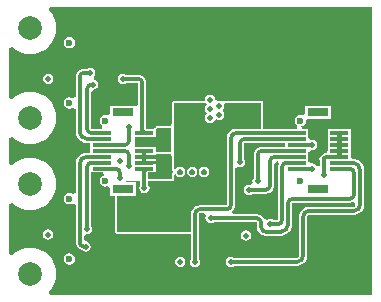
<source format=gbl>
G04*
G04 #@! TF.GenerationSoftware,Altium Limited,Altium Designer,18.1.7 (191)*
G04*
G04 Layer_Physical_Order=4*
G04 Layer_Color=16711680*
%FSLAX24Y24*%
%MOIN*%
G70*
G01*
G75*
%ADD24C,0.0236*%
%ADD27C,0.0120*%
%ADD31R,0.0709X0.0315*%
%ADD32R,0.0630X0.0118*%
%ADD38C,0.0787*%
%ADD39C,0.0200*%
G36*
X20800Y10850D02*
X10061D01*
X10033Y10950D01*
X10127Y11064D01*
X10208Y11215D01*
X10257Y11379D01*
X10274Y11550D01*
X10257Y11721D01*
X10208Y11885D01*
X10127Y12036D01*
X10018Y12168D01*
X9886Y12277D01*
X9735Y12358D01*
X9571Y12407D01*
X9400Y12424D01*
X9229Y12407D01*
X9065Y12358D01*
X8914Y12277D01*
X8800Y12183D01*
X8700Y12211D01*
Y13889D01*
X8800Y13917D01*
X8914Y13823D01*
X9065Y13742D01*
X9229Y13693D01*
X9400Y13676D01*
X9571Y13693D01*
X9735Y13742D01*
X9886Y13823D01*
X10018Y13932D01*
X10127Y14064D01*
X10208Y14215D01*
X10257Y14379D01*
X10274Y14550D01*
X10257Y14721D01*
X10208Y14885D01*
X10127Y15036D01*
X10018Y15168D01*
X9886Y15277D01*
X9735Y15358D01*
X9571Y15407D01*
X9400Y15424D01*
X9229Y15407D01*
X9065Y15358D01*
X8914Y15277D01*
X8800Y15183D01*
X8700Y15211D01*
Y16089D01*
X8800Y16117D01*
X8914Y16023D01*
X9065Y15942D01*
X9229Y15893D01*
X9400Y15876D01*
X9571Y15893D01*
X9735Y15942D01*
X9886Y16023D01*
X10018Y16132D01*
X10127Y16264D01*
X10208Y16415D01*
X10257Y16579D01*
X10274Y16750D01*
X10257Y16921D01*
X10208Y17085D01*
X10127Y17236D01*
X10018Y17368D01*
X9886Y17477D01*
X9735Y17558D01*
X9571Y17607D01*
X9400Y17624D01*
X9229Y17607D01*
X9065Y17558D01*
X8914Y17477D01*
X8800Y17383D01*
X8700Y17411D01*
Y19089D01*
X8800Y19117D01*
X8914Y19023D01*
X9065Y18942D01*
X9229Y18893D01*
X9400Y18876D01*
X9571Y18893D01*
X9735Y18942D01*
X9886Y19023D01*
X10018Y19132D01*
X10127Y19264D01*
X10208Y19415D01*
X10257Y19579D01*
X10274Y19750D01*
X10257Y19921D01*
X10208Y20085D01*
X10127Y20236D01*
X10033Y20350D01*
X10061Y20450D01*
X20800D01*
Y10850D01*
D02*
G37*
%LPC*%
G36*
X10709Y19446D02*
X10636Y19431D01*
X10574Y19390D01*
X10532Y19327D01*
X10518Y19254D01*
X10532Y19181D01*
X10574Y19118D01*
X10636Y19077D01*
X10709Y19062D01*
X10783Y19077D01*
X10845Y19118D01*
X10887Y19181D01*
X10901Y19254D01*
X10887Y19327D01*
X10845Y19390D01*
X10783Y19431D01*
X10709Y19446D01*
D02*
G37*
G36*
X10004Y18223D02*
X9937Y18210D01*
X9881Y18173D01*
X9843Y18116D01*
X9830Y18050D01*
X9843Y17984D01*
X9881Y17927D01*
X9937Y17890D01*
X10004Y17877D01*
X10070Y17890D01*
X10126Y17927D01*
X10164Y17984D01*
X10177Y18050D01*
X10164Y18116D01*
X10126Y18173D01*
X10070Y18210D01*
X10004Y18223D01*
D02*
G37*
G36*
X11400Y18423D02*
X11334Y18410D01*
X11293Y18383D01*
X11285Y18383D01*
X11200D01*
X11198Y18382D01*
X11127Y18373D01*
X11059Y18345D01*
X11000Y18300D01*
X10955Y18241D01*
X10927Y18173D01*
X10918Y18102D01*
X10917Y18100D01*
Y17444D01*
X10907Y17436D01*
X10817Y17400D01*
X10783Y17423D01*
X10709Y17438D01*
X10636Y17423D01*
X10574Y17382D01*
X10532Y17319D01*
X10518Y17246D01*
X10532Y17173D01*
X10574Y17110D01*
X10636Y17069D01*
X10709Y17054D01*
X10783Y17069D01*
X10817Y17092D01*
X10907Y17056D01*
X10917Y17048D01*
Y16300D01*
X10917D01*
X10930Y16199D01*
X10969Y16105D01*
X11031Y16024D01*
X11111Y15963D01*
X11205Y15924D01*
X11306Y15910D01*
Y15911D01*
X11406D01*
Y15586D01*
X11289D01*
Y15586D01*
X11192Y15574D01*
X11103Y15537D01*
X11026Y15477D01*
X10967Y15400D01*
X10929Y15311D01*
X10917Y15214D01*
X10917D01*
Y14252D01*
X10907Y14244D01*
X10817Y14208D01*
X10783Y14231D01*
X10709Y14246D01*
X10636Y14231D01*
X10574Y14190D01*
X10532Y14127D01*
X10518Y14054D01*
X10532Y13981D01*
X10574Y13918D01*
X10636Y13877D01*
X10709Y13862D01*
X10783Y13877D01*
X10817Y13900D01*
X10907Y13864D01*
X10917Y13856D01*
Y12600D01*
X10918Y12597D01*
X10927Y12529D01*
X10954Y12464D01*
X10998Y12407D01*
X11054Y12364D01*
X11120Y12336D01*
X11130Y12335D01*
X11184Y12299D01*
X11250Y12286D01*
X11316Y12299D01*
X11373Y12337D01*
X11410Y12393D01*
X11423Y12459D01*
X11410Y12526D01*
X11373Y12582D01*
X11316Y12620D01*
X11250Y12633D01*
X11184Y12719D01*
X11192Y12819D01*
X11283Y12880D01*
X11300Y12877D01*
X11366Y12890D01*
X11423Y12927D01*
X11460Y12984D01*
X11473Y13050D01*
X11460Y13116D01*
X11433Y13157D01*
X11433Y13165D01*
Y14930D01*
X11774D01*
X11791Y14927D01*
X11844D01*
X11854Y14827D01*
X11836Y14823D01*
X11774Y14782D01*
X11732Y14719D01*
X11718Y14646D01*
X11732Y14573D01*
X11774Y14510D01*
X11836Y14469D01*
X11909Y14454D01*
X11976Y14467D01*
X11986Y14467D01*
X12076Y14411D01*
Y14143D01*
X12229D01*
Y12950D01*
X12234Y12923D01*
X12250Y12900D01*
X12273Y12884D01*
X12300Y12879D01*
X13600D01*
X14767Y12879D01*
Y12060D01*
X14767Y12057D01*
X14740Y12016D01*
X14727Y11950D01*
X14740Y11884D01*
X14777Y11827D01*
X14834Y11790D01*
X14900Y11777D01*
X14966Y11790D01*
X15023Y11827D01*
X15060Y11884D01*
X15073Y11950D01*
X15060Y12016D01*
X15033Y12057D01*
X15033Y12065D01*
Y13551D01*
X15034D01*
X15039Y13562D01*
X15050Y13567D01*
Y13568D01*
X15207D01*
X15260Y13468D01*
X15259Y13466D01*
X15246Y13400D01*
X15259Y13334D01*
X15297Y13277D01*
X15353Y13240D01*
X15419Y13227D01*
X15486Y13240D01*
X15526Y13267D01*
X15535Y13267D01*
X16950D01*
Y13266D01*
X16961Y13261D01*
X16966Y13250D01*
X16967D01*
Y13100D01*
X16968Y13098D01*
X16977Y13027D01*
X17005Y12959D01*
X17050Y12900D01*
X17109Y12855D01*
X17177Y12827D01*
X17248Y12818D01*
X17250Y12817D01*
X17750D01*
Y12817D01*
X17849Y12830D01*
X17942Y12868D01*
X18021Y12929D01*
X18082Y13008D01*
X18120Y13101D01*
X18133Y13200D01*
X18133D01*
Y13900D01*
X18134D01*
X18139Y13911D01*
X18150Y13916D01*
Y13917D01*
X20050D01*
X20052Y13918D01*
X20123Y13927D01*
X20167Y13946D01*
X20210Y13927D01*
X20235Y13892D01*
X20232Y13854D01*
X20215Y13818D01*
X20190Y13783D01*
X18700D01*
Y13783D01*
X18614Y13772D01*
X18606Y13768D01*
X18534Y13738D01*
X18465Y13685D01*
X18412Y13616D01*
X18382Y13544D01*
X18378Y13536D01*
X18367Y13450D01*
X18367D01*
Y12150D01*
X18366D01*
X18361Y12125D01*
X18347Y12103D01*
X18325Y12089D01*
X18300Y12084D01*
Y12083D01*
X16210D01*
X16207Y12083D01*
X16166Y12110D01*
X16100Y12123D01*
X16034Y12110D01*
X15977Y12073D01*
X15940Y12016D01*
X15927Y11950D01*
X15940Y11884D01*
X15977Y11827D01*
X16034Y11790D01*
X16100Y11777D01*
X16166Y11790D01*
X16207Y11817D01*
X16215Y11817D01*
X18300D01*
Y11817D01*
X18386Y11828D01*
X18394Y11832D01*
X18466Y11862D01*
X18535Y11915D01*
X18588Y11984D01*
X18618Y12056D01*
X18622Y12064D01*
X18633Y12150D01*
X18633D01*
Y13450D01*
X18634D01*
X18639Y13475D01*
X18653Y13497D01*
X18675Y13511D01*
X18700Y13516D01*
Y13517D01*
X20200D01*
Y13517D01*
X20286Y13528D01*
X20294Y13532D01*
X20366Y13562D01*
X20435Y13615D01*
X20488Y13684D01*
X20518Y13756D01*
X20522Y13764D01*
X20533Y13850D01*
X20533D01*
Y15000D01*
X20533D01*
X20520Y15101D01*
X20481Y15195D01*
X20419Y15275D01*
X20338Y15337D01*
X20244Y15376D01*
X20143Y15390D01*
X20094Y15469D01*
Y15915D01*
Y16370D01*
X19726D01*
X19709Y16373D01*
X19691Y16370D01*
X19324D01*
Y16112D01*
Y15670D01*
X19281Y15588D01*
X19191Y15570D01*
X19188Y15568D01*
X19115Y15519D01*
X19066Y15446D01*
X19064Y15443D01*
X19046Y15353D01*
X19048D01*
Y15161D01*
X19037Y15156D01*
X18948Y15144D01*
X18923Y15182D01*
X18866Y15220D01*
X18800Y15233D01*
X18776Y15228D01*
X18688Y15285D01*
X18676Y15302D01*
Y15605D01*
X18688Y15621D01*
X18776Y15678D01*
X18800Y15674D01*
X18866Y15687D01*
X18923Y15724D01*
X18960Y15781D01*
X18973Y15847D01*
X18960Y15913D01*
X18923Y15969D01*
X18866Y16007D01*
X18800Y16020D01*
X18776Y16015D01*
X18688Y16072D01*
X18676Y16089D01*
Y16370D01*
X18457D01*
X18454Y16403D01*
D01*
X18447Y16468D01*
X18456Y16471D01*
X18483Y16477D01*
X18545Y16518D01*
X18587Y16581D01*
X18601Y16654D01*
X18641Y16702D01*
X19424D01*
Y17157D01*
X18576D01*
Y16889D01*
X18486Y16833D01*
X18476Y16833D01*
X18409Y16846D01*
X18336Y16831D01*
X18274Y16790D01*
X18232Y16727D01*
X18218Y16654D01*
X18232Y16581D01*
X18274Y16518D01*
X18292Y16506D01*
X18308Y16392D01*
X18306Y16386D01*
X18291Y16373D01*
X17171D01*
Y17250D01*
X17166Y17277D01*
X17150Y17300D01*
X17127Y17316D01*
X17100Y17321D01*
X15893D01*
X15885Y17320D01*
X15876Y17319D01*
X15871Y17317D01*
X15866Y17316D01*
X15859Y17311D01*
X15851Y17307D01*
X15847Y17303D01*
X15843Y17300D01*
X15766Y17310D01*
X15700Y17323D01*
X15669Y17317D01*
X15609Y17338D01*
X15566Y17385D01*
X15560Y17416D01*
X15523Y17473D01*
X15466Y17510D01*
X15400Y17523D01*
X15334Y17510D01*
X15277Y17473D01*
X15240Y17416D01*
X15227Y17350D01*
X15203Y17321D01*
X14200D01*
X14173Y17316D01*
X14150Y17300D01*
X14134Y17277D01*
X14129Y17250D01*
Y16568D01*
X14100Y16471D01*
X13631D01*
X13621Y16469D01*
X13611Y16468D01*
X13607Y16467D01*
X13604Y16466D01*
X13595Y16460D01*
X13586Y16455D01*
X13549Y16425D01*
X13546Y16422D01*
X13543Y16420D01*
X13537Y16412D01*
X13531Y16404D01*
X13530Y16400D01*
X13528Y16397D01*
X13526Y16387D01*
X13523Y16377D01*
X13424Y16370D01*
X13278D01*
X13278Y16372D01*
X13276Y16384D01*
X13275Y16392D01*
Y17903D01*
X13274Y17905D01*
X13265Y17976D01*
X13237Y18044D01*
X13192Y18103D01*
X13134Y18148D01*
X13065Y18176D01*
X12994Y18185D01*
X12992Y18186D01*
X12610D01*
X12607Y18186D01*
X12566Y18213D01*
X12500Y18226D01*
X12434Y18213D01*
X12377Y18176D01*
X12340Y18119D01*
X12327Y18053D01*
X12340Y17987D01*
X12377Y17931D01*
X12434Y17893D01*
X12500Y17880D01*
X12566Y17893D01*
X12607Y17920D01*
X12615Y17921D01*
X12992D01*
Y17919D01*
X13004Y17915D01*
X13009Y17903D01*
X13010D01*
Y17192D01*
X12924Y17157D01*
X12910Y17157D01*
X12076D01*
Y16889D01*
X11986Y16833D01*
X11976Y16833D01*
X11909Y16846D01*
X11836Y16831D01*
X11774Y16790D01*
X11732Y16727D01*
X11718Y16654D01*
X11732Y16581D01*
X11774Y16518D01*
X11792Y16506D01*
X11808Y16392D01*
X11806Y16386D01*
X11791Y16373D01*
X11450D01*
Y16374D01*
X11439Y16379D01*
X11434Y16391D01*
X11433D01*
Y17594D01*
X11500Y17683D01*
X11566Y17696D01*
X11623Y17734D01*
X11660Y17790D01*
X11673Y17856D01*
X11660Y17923D01*
X11623Y17979D01*
X11566Y18016D01*
X11543Y18021D01*
X11522Y18127D01*
X11523Y18127D01*
X11560Y18184D01*
X11573Y18250D01*
X11560Y18316D01*
X11523Y18373D01*
X11466Y18410D01*
X11400Y18423D01*
D02*
G37*
G36*
X10000Y13030D02*
X9934Y13017D01*
X9877Y12979D01*
X9840Y12923D01*
X9827Y12857D01*
X9840Y12790D01*
X9877Y12734D01*
X9934Y12697D01*
X10000Y12683D01*
X10066Y12697D01*
X10123Y12734D01*
X10160Y12790D01*
X10173Y12857D01*
X10160Y12923D01*
X10123Y12979D01*
X10066Y13017D01*
X10000Y13030D01*
D02*
G37*
G36*
X16600Y12995D02*
X16534Y12982D01*
X16477Y12945D01*
X16440Y12888D01*
X16427Y12822D01*
X16440Y12756D01*
X16477Y12699D01*
X16534Y12662D01*
X16600Y12649D01*
X16666Y12662D01*
X16723Y12699D01*
X16760Y12756D01*
X16773Y12822D01*
X16760Y12888D01*
X16723Y12945D01*
X16666Y12982D01*
X16600Y12995D01*
D02*
G37*
G36*
X10709Y12238D02*
X10636Y12223D01*
X10574Y12182D01*
X10532Y12119D01*
X10518Y12046D01*
X10532Y11973D01*
X10574Y11910D01*
X10636Y11869D01*
X10709Y11854D01*
X10783Y11869D01*
X10845Y11910D01*
X10887Y11973D01*
X10901Y12046D01*
X10887Y12119D01*
X10845Y12182D01*
X10783Y12223D01*
X10709Y12238D01*
D02*
G37*
G36*
X14403Y12123D02*
X14337Y12110D01*
X14281Y12073D01*
X14243Y12016D01*
X14230Y11950D01*
X14243Y11884D01*
X14281Y11827D01*
X14337Y11790D01*
X14403Y11777D01*
X14469Y11790D01*
X14526Y11827D01*
X14563Y11884D01*
X14576Y11950D01*
X14563Y12016D01*
X14526Y12073D01*
X14469Y12110D01*
X14403Y12123D01*
D02*
G37*
%LPD*%
G36*
X11329Y18180D02*
X11326Y18182D01*
X11323Y18184D01*
X11318Y18185D01*
X11313Y18186D01*
X11307Y18188D01*
X11291Y18189D01*
X11271Y18190D01*
X11260Y18190D01*
Y18310D01*
X11271Y18310D01*
X11307Y18312D01*
X11313Y18314D01*
X11318Y18315D01*
X11323Y18316D01*
X11326Y18318D01*
X11329Y18320D01*
Y18180D01*
D02*
G37*
G36*
X12574Y18121D02*
X12577Y18120D01*
X12582Y18118D01*
X12587Y18117D01*
X12593Y18116D01*
X12609Y18114D01*
X12629Y18113D01*
X12640Y18113D01*
Y17993D01*
X12629Y17993D01*
X12593Y17991D01*
X12587Y17990D01*
X12582Y17988D01*
X12577Y17987D01*
X12574Y17985D01*
X12571Y17983D01*
Y18123D01*
X12574Y18121D01*
D02*
G37*
G36*
X12768Y16376D02*
X12766Y16373D01*
X12765Y16368D01*
X12764Y16363D01*
X12763Y16357D01*
X12761Y16341D01*
X12760Y16321D01*
X12760Y16310D01*
X12640D01*
X12640Y16321D01*
X12637Y16357D01*
X12636Y16363D01*
X12635Y16368D01*
X12634Y16373D01*
X12632Y16376D01*
X12630Y16379D01*
X12770D01*
X12768Y16376D01*
D02*
G37*
G36*
X13203Y16395D02*
X13205Y16375D01*
X13208Y16357D01*
X13212Y16341D01*
X13217Y16328D01*
X13224Y16317D01*
X13232Y16308D01*
X13241Y16302D01*
X13251Y16298D01*
X13262Y16297D01*
X13022D01*
X13034Y16298D01*
X13044Y16302D01*
X13053Y16308D01*
X13061Y16317D01*
X13067Y16328D01*
X13073Y16341D01*
X13077Y16357D01*
X13080Y16375D01*
X13082Y16395D01*
X13082Y16418D01*
X13202D01*
X13203Y16395D01*
D02*
G37*
G36*
X14100Y15600D02*
X13594D01*
Y15779D01*
X13579D01*
Y15790D01*
X12900D01*
Y16112D01*
X13125D01*
X13142Y16108D01*
X13209D01*
X13226Y16112D01*
X13594D01*
Y16370D01*
X13631Y16400D01*
X14100D01*
Y15600D01*
D02*
G37*
G36*
X19769Y16199D02*
X19771Y16184D01*
X19829D01*
X19817Y16183D01*
X19807Y16179D01*
X19798Y16173D01*
X19790Y16165D01*
X19784Y16154D01*
X19779Y16142D01*
X19784Y16131D01*
X19790Y16120D01*
X19798Y16111D01*
X19807Y16105D01*
X19817Y16102D01*
X19829Y16100D01*
X19771D01*
X19769Y16086D01*
X19769Y16063D01*
X19649D01*
X19648Y16086D01*
X19647Y16100D01*
X19589D01*
X19600Y16102D01*
X19610Y16105D01*
X19619Y16111D01*
X19627Y16120D01*
X19634Y16131D01*
X19638Y16142D01*
X19634Y16154D01*
X19627Y16165D01*
X19619Y16173D01*
X19610Y16179D01*
X19600Y16183D01*
X19589Y16184D01*
X19647D01*
X19648Y16199D01*
X19649Y16222D01*
X19769D01*
X19769Y16199D01*
D02*
G37*
G36*
Y16002D02*
X19771Y15987D01*
X19829D01*
X19817Y15986D01*
X19807Y15982D01*
X19798Y15976D01*
X19790Y15968D01*
X19784Y15957D01*
X19779Y15945D01*
X19784Y15934D01*
X19790Y15923D01*
X19798Y15914D01*
X19807Y15908D01*
X19817Y15905D01*
X19829Y15904D01*
X19771D01*
X19769Y15889D01*
X19769Y15866D01*
X19649D01*
X19648Y15889D01*
X19647Y15904D01*
X19589D01*
X19600Y15905D01*
X19610Y15908D01*
X19619Y15914D01*
X19627Y15923D01*
X19634Y15934D01*
X19638Y15945D01*
X19634Y15957D01*
X19627Y15968D01*
X19619Y15976D01*
X19610Y15982D01*
X19600Y15986D01*
X19589Y15987D01*
X19647D01*
X19648Y16002D01*
X19649Y16025D01*
X19769D01*
X19769Y16002D01*
D02*
G37*
G36*
X18729Y15777D02*
X18726Y15779D01*
X18723Y15780D01*
X18718Y15782D01*
X18713Y15783D01*
X18707Y15784D01*
X18691Y15786D01*
X18671Y15787D01*
X18660Y15787D01*
Y15907D01*
X18671Y15907D01*
X18707Y15909D01*
X18713Y15910D01*
X18718Y15912D01*
X18723Y15913D01*
X18726Y15915D01*
X18729Y15917D01*
Y15777D01*
D02*
G37*
G36*
X19769Y15805D02*
X19771Y15790D01*
X19829D01*
X19817Y15789D01*
X19807Y15785D01*
X19798Y15779D01*
X19790Y15771D01*
X19784Y15760D01*
X19779Y15748D01*
X19784Y15737D01*
X19790Y15726D01*
X19798Y15718D01*
X19807Y15711D01*
X19817Y15708D01*
X19829Y15707D01*
X19771D01*
X19769Y15692D01*
X19769Y15669D01*
X19649D01*
X19648Y15692D01*
X19647Y15707D01*
X19589D01*
X19600Y15708D01*
X19610Y15711D01*
X19619Y15718D01*
X19627Y15726D01*
X19634Y15737D01*
X19638Y15748D01*
X19634Y15760D01*
X19627Y15771D01*
X19619Y15779D01*
X19610Y15785D01*
X19600Y15789D01*
X19589Y15790D01*
X19647D01*
X19648Y15805D01*
X19649Y15828D01*
X19769D01*
X19769Y15805D01*
D02*
G37*
G36*
Y15608D02*
X19771Y15593D01*
X19829D01*
X19817Y15592D01*
X19807Y15589D01*
X19798Y15582D01*
X19790Y15574D01*
X19784Y15563D01*
X19779Y15552D01*
X19784Y15540D01*
X19790Y15529D01*
X19798Y15521D01*
X19807Y15515D01*
X19817Y15511D01*
X19829Y15510D01*
X19771D01*
X19769Y15495D01*
X19769Y15472D01*
X19649D01*
X19648Y15495D01*
X19647Y15510D01*
X19589D01*
X19600Y15511D01*
X19610Y15515D01*
X19619Y15521D01*
X19627Y15529D01*
X19634Y15540D01*
X19638Y15552D01*
X19634Y15563D01*
X19627Y15574D01*
X19619Y15582D01*
X19610Y15589D01*
X19600Y15592D01*
X19589Y15593D01*
X19647D01*
X19648Y15608D01*
X19649Y15631D01*
X19769D01*
X19769Y15608D01*
D02*
G37*
G36*
X16460Y15405D02*
X16463Y15369D01*
X16464Y15363D01*
X16465Y15358D01*
X16466Y15353D01*
X16468Y15350D01*
X16470Y15347D01*
X16330D01*
X16332Y15350D01*
X16334Y15353D01*
X16335Y15358D01*
X16336Y15363D01*
X16337Y15369D01*
X16339Y15385D01*
X16340Y15405D01*
X16340Y15416D01*
X16460D01*
X16460Y15405D01*
D02*
G37*
G36*
X12760Y15279D02*
X12763Y15243D01*
X12764Y15237D01*
X12765Y15232D01*
X12766Y15227D01*
X12768Y15224D01*
X12770Y15221D01*
X12630D01*
X12632Y15224D01*
X12634Y15227D01*
X12635Y15232D01*
X12636Y15237D01*
X12637Y15243D01*
X12639Y15259D01*
X12640Y15279D01*
X12640Y15290D01*
X12760D01*
X12760Y15279D01*
D02*
G37*
G36*
X17906Y15783D02*
X17131D01*
X17129Y15782D01*
X17057Y15773D01*
X16989Y15745D01*
X16931Y15700D01*
X16886Y15641D01*
X16858Y15573D01*
X16848Y15502D01*
X16848Y15500D01*
Y14760D01*
X16848Y14757D01*
X16820Y14716D01*
X16807Y14650D01*
X16818Y14594D01*
X16800Y14564D01*
X16747Y14514D01*
X16700Y14523D01*
X16634Y14510D01*
X16577Y14473D01*
X16540Y14416D01*
X16527Y14350D01*
X16540Y14284D01*
X16577Y14227D01*
X16634Y14190D01*
X16700Y14177D01*
X16766Y14190D01*
X16807Y14217D01*
X16815Y14217D01*
X17250D01*
X17252Y14218D01*
X17323Y14227D01*
X17391Y14255D01*
X17450Y14300D01*
X17495Y14359D01*
X17523Y14427D01*
X17532Y14498D01*
X17533Y14500D01*
Y15224D01*
X17629Y15311D01*
X17646Y15310D01*
X17660Y15295D01*
X17694Y15221D01*
X17677Y15179D01*
X17668Y15108D01*
X17667Y15106D01*
Y13350D01*
X17666D01*
X17661Y13339D01*
X17650Y13334D01*
Y13333D01*
X17520D01*
X17517Y13333D01*
X17476Y13360D01*
X17410Y13373D01*
X17343Y13360D01*
X17318Y13343D01*
X17312Y13342D01*
X17222Y13362D01*
X17201Y13374D01*
X17195Y13391D01*
X17150Y13450D01*
X17091Y13495D01*
X17023Y13523D01*
X16952Y13532D01*
X16950Y13533D01*
X16160D01*
X16126Y13633D01*
X16150Y13651D01*
X16195Y13709D01*
X16223Y13777D01*
X16232Y13849D01*
X16233Y13851D01*
Y15063D01*
X16333Y15117D01*
X16334Y15116D01*
X16400Y15103D01*
X16466Y15116D01*
X16523Y15153D01*
X16560Y15210D01*
X16573Y15276D01*
X16560Y15342D01*
X16533Y15383D01*
X16533Y15391D01*
Y15894D01*
X16534D01*
X16539Y15905D01*
X16550Y15910D01*
Y15911D01*
X17906D01*
Y15783D01*
D02*
G37*
G36*
X18729Y14989D02*
X18726Y14991D01*
X18723Y14993D01*
X18718Y14995D01*
X18713Y14996D01*
X18707Y14997D01*
X18691Y14999D01*
X18671Y14999D01*
X18660Y14999D01*
Y15119D01*
X18671Y15120D01*
X18707Y15122D01*
X18713Y15123D01*
X18718Y15124D01*
X18723Y15126D01*
X18726Y15128D01*
X18729Y15129D01*
Y14989D01*
D02*
G37*
G36*
X19241Y14979D02*
X19243Y14943D01*
X19244Y14937D01*
X19245Y14932D01*
X19247Y14927D01*
X19249Y14924D01*
X19251Y14921D01*
X19111D01*
X19112Y14924D01*
X19114Y14927D01*
X19116Y14932D01*
X19117Y14937D01*
X19118Y14943D01*
X19120Y14959D01*
X19120Y14979D01*
X19121Y14990D01*
X19241D01*
X19241Y14979D01*
D02*
G37*
G36*
X13317Y15002D02*
X13307Y14998D01*
X13298Y14992D01*
X13290Y14983D01*
X13284Y14972D01*
X13278Y14959D01*
X13274Y14943D01*
X13271Y14925D01*
X13269Y14905D01*
X13269Y14882D01*
X13149D01*
X13148Y14905D01*
X13146Y14925D01*
X13143Y14943D01*
X13139Y14959D01*
X13134Y14972D01*
X13127Y14983D01*
X13119Y14992D01*
X13110Y14998D01*
X13100Y15002D01*
X13089Y15003D01*
X13329D01*
X13317Y15002D01*
D02*
G37*
G36*
X14439Y15043D02*
X14471Y15021D01*
X14493Y14988D01*
X14501Y14950D01*
X14493Y14912D01*
X14471Y14879D01*
X14439Y14857D01*
X14400Y14849D01*
X14362Y14857D01*
X14329Y14879D01*
X14328Y14880D01*
X14309Y14925D01*
Y14975D01*
X14328Y15020D01*
X14329Y15021D01*
X14362Y15043D01*
X14400Y15051D01*
X14439Y15043D01*
D02*
G37*
G36*
X12460Y14879D02*
X12462Y14844D01*
X12463Y14837D01*
X12465Y14832D01*
X12466Y14828D01*
X12468Y14824D01*
X12469Y14822D01*
X12331D01*
X12332Y14824D01*
X12334Y14828D01*
X12335Y14832D01*
X12337Y14837D01*
X12338Y14844D01*
X12339Y14859D01*
X12340Y14879D01*
X12340Y14890D01*
X12460D01*
X12460Y14879D01*
D02*
G37*
G36*
X15262Y17250D02*
X15275Y17231D01*
X15281Y17216D01*
Y17175D01*
X15277Y17173D01*
X15240Y17116D01*
X15227Y17050D01*
X15240Y16984D01*
X15277Y16927D01*
X15281Y16925D01*
Y16875D01*
X15277Y16873D01*
X15240Y16816D01*
X15227Y16750D01*
X15240Y16684D01*
X15277Y16627D01*
X15334Y16590D01*
X15400Y16577D01*
X15466Y16590D01*
X15523Y16627D01*
X15560Y16684D01*
X15615Y16702D01*
X15634Y16690D01*
X15700Y16677D01*
X15766Y16690D01*
X15823Y16727D01*
X15860Y16784D01*
X15873Y16850D01*
X15860Y16916D01*
X15823Y16973D01*
X15819Y16975D01*
Y17025D01*
X15823Y17027D01*
X15860Y17084D01*
X15873Y17150D01*
X15863Y17200D01*
X15893Y17250D01*
X17100D01*
Y16373D01*
X16250D01*
X16248Y16373D01*
X16177Y16363D01*
X16109Y16335D01*
X16050Y16290D01*
X16005Y16232D01*
X15977Y16164D01*
X15968Y16093D01*
X15967Y16091D01*
Y13851D01*
X15966D01*
X15961Y13839D01*
X15950Y13834D01*
Y13833D01*
X15050D01*
X15048Y13833D01*
X14977Y13823D01*
X14909Y13795D01*
X14850Y13750D01*
X14805Y13692D01*
X14777Y13624D01*
X14768Y13553D01*
X14767Y13551D01*
Y12950D01*
X13600Y12950D01*
X12300D01*
Y14143D01*
X12924D01*
Y14598D01*
X12618D01*
X12590Y14648D01*
X12591Y14650D01*
X13076D01*
Y14510D01*
X13076Y14507D01*
X13049Y14466D01*
X13035Y14400D01*
X13049Y14334D01*
X13086Y14277D01*
X13142Y14240D01*
X13209Y14227D01*
X13275Y14240D01*
X13331Y14277D01*
X13369Y14334D01*
X13382Y14400D01*
X13369Y14466D01*
X13342Y14507D01*
X13341Y14515D01*
Y14650D01*
X14200D01*
Y14853D01*
X14250Y14869D01*
X14278Y14827D01*
X14334Y14790D01*
X14400Y14777D01*
X14466Y14790D01*
X14523Y14827D01*
X14560Y14884D01*
X14573Y14950D01*
X14560Y15016D01*
X14523Y15073D01*
X14466Y15110D01*
X14400Y15123D01*
X14334Y15110D01*
X14278Y15073D01*
X14250Y15031D01*
X14200Y15047D01*
Y17250D01*
X15262D01*
D02*
G37*
G36*
X17041Y14779D02*
X17043Y14743D01*
X17044Y14737D01*
X17045Y14732D01*
X17047Y14727D01*
X17049Y14724D01*
X17051Y14721D01*
X16911D01*
X16912Y14724D01*
X16914Y14727D01*
X16916Y14732D01*
X16917Y14737D01*
X16918Y14743D01*
X16920Y14759D01*
X16920Y14779D01*
X16921Y14790D01*
X17041D01*
X17041Y14779D01*
D02*
G37*
G36*
X14129Y15432D02*
Y15047D01*
X14129Y15043D01*
X14129Y15040D01*
X14132Y15029D01*
X14134Y15019D01*
X14136Y15016D01*
X14137Y15013D01*
X14139Y15011D01*
X14144Y14998D01*
X14145Y14994D01*
X14148Y14967D01*
X14149Y14939D01*
X14145Y14906D01*
X14144Y14902D01*
X14139Y14889D01*
X14137Y14887D01*
X14136Y14884D01*
X14134Y14881D01*
X14132Y14870D01*
X14129Y14860D01*
X14129Y14857D01*
X14129Y14853D01*
Y14721D01*
X13341D01*
Y14908D01*
X13342Y14916D01*
X13344Y14928D01*
X13344Y14930D01*
X13594D01*
Y15127D01*
Y15196D01*
X13209D01*
Y15316D01*
X13594D01*
Y15393D01*
X13209D01*
Y15513D01*
X13594D01*
Y15529D01*
X14100D01*
X14129Y15432D01*
D02*
G37*
G36*
X13269Y14529D02*
X13271Y14493D01*
X13272Y14487D01*
X13274Y14482D01*
X13275Y14477D01*
X13277Y14474D01*
X13279Y14471D01*
X13139D01*
X13141Y14474D01*
X13142Y14477D01*
X13144Y14482D01*
X13145Y14487D01*
X13146Y14493D01*
X13148Y14509D01*
X13149Y14529D01*
X13149Y14540D01*
X13269D01*
X13269Y14529D01*
D02*
G37*
G36*
X16774Y14418D02*
X16777Y14416D01*
X16782Y14415D01*
X16787Y14414D01*
X16793Y14412D01*
X16809Y14411D01*
X16829Y14410D01*
X16840Y14410D01*
Y14290D01*
X16829Y14290D01*
X16793Y14288D01*
X16787Y14286D01*
X16782Y14285D01*
X16777Y14284D01*
X16774Y14282D01*
X16771Y14280D01*
Y14420D01*
X16774Y14418D01*
D02*
G37*
G36*
X15493Y13468D02*
X15497Y13466D01*
X15501Y13465D01*
X15507Y13464D01*
X15513Y13463D01*
X15529Y13461D01*
X15548Y13460D01*
X15559Y13460D01*
Y13340D01*
X15548Y13340D01*
X15513Y13338D01*
X15507Y13336D01*
X15501Y13335D01*
X15497Y13334D01*
X15493Y13332D01*
X15491Y13330D01*
Y13470D01*
X15493Y13468D01*
D02*
G37*
G36*
X17484Y13268D02*
X17487Y13266D01*
X17491Y13265D01*
X17497Y13264D01*
X17503Y13262D01*
X17519Y13261D01*
X17538Y13260D01*
X17550Y13260D01*
Y13140D01*
X17538Y13140D01*
X17503Y13138D01*
X17497Y13136D01*
X17491Y13135D01*
X17487Y13134D01*
X17484Y13132D01*
X17481Y13130D01*
Y13270D01*
X17484Y13268D01*
D02*
G37*
G36*
X11360Y13179D02*
X11363Y13143D01*
X11364Y13137D01*
X11365Y13132D01*
X11366Y13127D01*
X11368Y13124D01*
X11370Y13121D01*
X11230D01*
X11232Y13124D01*
X11234Y13127D01*
X11235Y13132D01*
X11236Y13137D01*
X11237Y13143D01*
X11239Y13159D01*
X11240Y13179D01*
X11240Y13190D01*
X11360D01*
X11360Y13179D01*
D02*
G37*
G36*
X14960Y12079D02*
X14963Y12043D01*
X14964Y12037D01*
X14965Y12032D01*
X14966Y12027D01*
X14968Y12024D01*
X14970Y12021D01*
X14830D01*
X14832Y12024D01*
X14834Y12027D01*
X14835Y12032D01*
X14836Y12037D01*
X14837Y12043D01*
X14839Y12059D01*
X14840Y12079D01*
X14840Y12090D01*
X14960D01*
X14960Y12079D01*
D02*
G37*
G36*
X16174Y12018D02*
X16177Y12016D01*
X16182Y12015D01*
X16187Y12014D01*
X16193Y12012D01*
X16209Y12011D01*
X16229Y12010D01*
X16240Y12010D01*
Y11890D01*
X16229Y11890D01*
X16193Y11888D01*
X16187Y11886D01*
X16182Y11885D01*
X16177Y11884D01*
X16174Y11882D01*
X16171Y11880D01*
Y12020D01*
X16174Y12018D01*
D02*
G37*
%LPC*%
G36*
X15200Y15123D02*
X15134Y15110D01*
X15078Y15073D01*
X15040Y15016D01*
X15027Y14950D01*
X15040Y14884D01*
X15078Y14827D01*
X15134Y14790D01*
X15200Y14777D01*
X15266Y14790D01*
X15323Y14827D01*
X15360Y14884D01*
X15373Y14950D01*
X15360Y15016D01*
X15323Y15073D01*
X15266Y15110D01*
X15200Y15123D01*
D02*
G37*
G36*
X14803D02*
X14737Y15110D01*
X14681Y15073D01*
X14643Y15016D01*
X14630Y14950D01*
X14643Y14884D01*
X14681Y14827D01*
X14737Y14790D01*
X14803Y14777D01*
X14870Y14790D01*
X14926Y14827D01*
X14963Y14884D01*
X14977Y14950D01*
X14963Y15016D01*
X14926Y15073D01*
X14870Y15110D01*
X14803Y15123D01*
D02*
G37*
%LPD*%
G36*
X15239Y15043D02*
X15271Y15021D01*
X15293Y14988D01*
X15301Y14950D01*
X15293Y14912D01*
X15271Y14879D01*
X15239Y14857D01*
X15200Y14849D01*
X15162Y14857D01*
X15129Y14879D01*
X15107Y14912D01*
X15100Y14950D01*
X15107Y14988D01*
X15129Y15021D01*
X15162Y15043D01*
X15200Y15051D01*
X15239Y15043D01*
D02*
G37*
G36*
X14842D02*
X14874Y15021D01*
X14896Y14988D01*
X14904Y14950D01*
X14896Y14912D01*
X14874Y14879D01*
X14842Y14857D01*
X14803Y14849D01*
X14765Y14857D01*
X14732Y14879D01*
X14710Y14912D01*
X14703Y14950D01*
X14710Y14988D01*
X14732Y15021D01*
X14765Y15043D01*
X14803Y15051D01*
X14842Y15043D01*
D02*
G37*
D24*
X11909Y14646D02*
D03*
Y16654D02*
D03*
X18409D02*
D03*
Y14646D02*
D03*
X10709Y12046D02*
D03*
Y14054D02*
D03*
Y19254D02*
D03*
Y17246D02*
D03*
D27*
X19281Y15453D02*
G03*
X19181Y15353I0J-100D01*
G01*
X17100Y13100D02*
G03*
X17250Y12950I150J0D01*
G01*
X17100Y13250D02*
G03*
X16950Y13400I-150J0D01*
G01*
X17750Y12950D02*
G03*
X18000Y13200I0J250D01*
G01*
X18150Y14050D02*
G03*
X18000Y13900I0J-150D01*
G01*
X20050Y14050D02*
G03*
X20200Y14200I0J150D01*
G01*
Y14909D02*
G03*
X20050Y15059I-150J0D01*
G01*
X20400Y15000D02*
G03*
X20143Y15256I-257J0D01*
G01*
X20200Y13650D02*
G03*
X20400Y13850I0J200D01*
G01*
X18700Y13650D02*
G03*
X18500Y13450I0J-200D01*
G01*
X18300Y11950D02*
G03*
X18500Y12150I0J200D01*
G01*
X17250Y14350D02*
G03*
X17400Y14500I0J150D01*
G01*
X17550Y15453D02*
G03*
X17400Y15303I0J-150D01*
G01*
X16550Y16044D02*
G03*
X16400Y15894I0J-150D01*
G01*
X15050Y13701D02*
G03*
X14900Y13551I0J-150D01*
G01*
X15950Y13701D02*
G03*
X16100Y13851I0J150D01*
G01*
X16250Y16241D02*
G03*
X16100Y16091I0J-150D01*
G01*
X17131Y15650D02*
G03*
X16981Y15500I0J-150D01*
G01*
X17650Y13200D02*
G03*
X17800Y13350I0J150D01*
G01*
X17950Y15256D02*
G03*
X17800Y15106I0J-150D01*
G01*
X13142Y17903D02*
G03*
X12992Y18053I-150J0D01*
G01*
X11200Y18250D02*
G03*
X11050Y18100I0J-150D01*
G01*
Y16300D02*
G03*
X11306Y16044I256J0D01*
G01*
X11450Y17856D02*
G03*
X11300Y17706I0J-150D01*
G01*
Y16391D02*
G03*
X11450Y16241I150J0D01*
G01*
Y15256D02*
G03*
X11300Y15106I0J-150D01*
G01*
X12400Y14909D02*
G03*
X12250Y15059I-150J0D01*
G01*
X12550Y15847D02*
G03*
X12700Y15997I0J150D01*
G01*
X11289Y15453D02*
G03*
X11050Y15214I0J-239D01*
G01*
Y12600D02*
G03*
X11191Y12459I141J0D01*
G01*
X12700Y15500D02*
G03*
X12550Y15650I-150J0D01*
G01*
X19281Y15453D02*
X19709D01*
Y16044D02*
Y16241D01*
Y15847D02*
Y16044D01*
Y15650D02*
Y15847D01*
Y15453D02*
Y15650D01*
X17410Y13200D02*
X17650D01*
X16100Y11950D02*
X18300D01*
X13209Y15453D02*
Y15650D01*
Y15256D02*
Y15453D01*
X12400Y14750D02*
Y14909D01*
X11300Y13050D02*
Y15106D01*
X11200Y18250D02*
X11400D01*
X19181Y14850D02*
Y15353D01*
X18291Y15059D02*
X18800D01*
X17100Y13100D02*
Y13250D01*
X15419Y13400D02*
X16950D01*
X17250Y12950D02*
X17750D01*
X18000Y13200D02*
Y13900D01*
X18150Y14050D02*
X20050D01*
X19709Y15059D02*
X20050D01*
X20200Y14200D02*
Y14909D01*
X20400Y13850D02*
Y15000D01*
X19709Y15256D02*
X20143D01*
X18700Y13650D02*
X20200D01*
X18500Y12150D02*
Y13450D01*
X16981Y14650D02*
Y15500D01*
X17400Y14500D02*
Y15303D01*
X16700Y14350D02*
X17250D01*
X16400Y15276D02*
Y15894D01*
X17550Y15453D02*
X18291D01*
X16550Y16044D02*
X18291D01*
X15050Y13701D02*
X15950D01*
X16100Y13851D02*
Y16091D01*
X18291Y15847D02*
X18800D01*
X14900Y11950D02*
Y13551D01*
X16250Y16241D02*
X18291D01*
X17800Y13350D02*
Y15106D01*
X13142Y16241D02*
Y17903D01*
X12500Y18053D02*
X12992D01*
X13142Y16241D02*
X13209D01*
X11306Y16044D02*
X11791D01*
X11050Y16300D02*
Y18100D01*
X11450Y17856D02*
X11500D01*
X11450Y16241D02*
X11791D01*
X11300Y16391D02*
Y17706D01*
X11450Y15256D02*
X11791D01*
Y15059D02*
X12250D01*
X11791Y15847D02*
X12550D01*
X12700Y15997D02*
Y16450D01*
X11289Y15453D02*
X11791D01*
X11191Y12459D02*
X11250D01*
X11050Y12600D02*
Y15214D01*
X12700Y15150D02*
Y15500D01*
X11791Y15650D02*
X12550D01*
X13209Y14400D02*
Y15059D01*
X17131Y15650D02*
X18291D01*
X17950Y15256D02*
X18291D01*
D31*
X12500Y16930D02*
D03*
Y14370D02*
D03*
X19000D02*
D03*
Y16930D02*
D03*
D32*
X11791Y15650D02*
D03*
Y15847D02*
D03*
Y16044D02*
D03*
Y16241D02*
D03*
Y15453D02*
D03*
Y15256D02*
D03*
Y15059D02*
D03*
X13209Y15650D02*
D03*
Y15847D02*
D03*
Y16044D02*
D03*
Y16241D02*
D03*
Y15453D02*
D03*
Y15256D02*
D03*
Y15059D02*
D03*
X19709D02*
D03*
Y15256D02*
D03*
Y15453D02*
D03*
Y16241D02*
D03*
Y16044D02*
D03*
Y15847D02*
D03*
Y15650D02*
D03*
X18291Y15059D02*
D03*
Y15256D02*
D03*
Y15453D02*
D03*
Y16241D02*
D03*
Y16044D02*
D03*
Y15847D02*
D03*
Y15650D02*
D03*
D38*
X9400Y11550D02*
D03*
Y14550D02*
D03*
Y16750D02*
D03*
Y19750D02*
D03*
D39*
X19500Y12950D02*
D03*
X19600Y18500D02*
D03*
X13200Y12100D02*
D03*
X10800Y20100D02*
D03*
X20000Y17700D02*
D03*
X19600Y20100D02*
D03*
X19200Y11300D02*
D03*
X18800Y20100D02*
D03*
X11200Y11300D02*
D03*
X20000Y19300D02*
D03*
X16800Y11300D02*
D03*
X10400Y14500D02*
D03*
X18800Y18500D02*
D03*
X11600Y12100D02*
D03*
X19200Y17700D02*
D03*
X10800Y15300D02*
D03*
X10400Y11300D02*
D03*
X17600D02*
D03*
X20400Y18500D02*
D03*
X12400Y12100D02*
D03*
X20000Y11300D02*
D03*
X10400Y16100D02*
D03*
X19600Y16900D02*
D03*
X13600Y11300D02*
D03*
X19200Y19300D02*
D03*
X12400Y15300D02*
D03*
X10400Y19300D02*
D03*
X20400Y20100D02*
D03*
X9600Y12900D02*
D03*
X9200Y18500D02*
D03*
X14000Y12100D02*
D03*
X19200Y16100D02*
D03*
X10000Y13700D02*
D03*
X16000Y11300D02*
D03*
X20400Y16900D02*
D03*
X18400Y11300D02*
D03*
X14400D02*
D03*
X15200D02*
D03*
X12000D02*
D03*
X10000Y18500D02*
D03*
X20400Y12100D02*
D03*
X12800Y11300D02*
D03*
X13400Y17750D02*
D03*
X16600Y12450D02*
D03*
X16100Y11950D02*
D03*
X10000Y12857D02*
D03*
X12400Y14750D02*
D03*
X11300Y13050D02*
D03*
X11400Y18250D02*
D03*
X16900Y16650D02*
D03*
X16300D02*
D03*
X16600D02*
D03*
X16800Y16950D02*
D03*
X16500D02*
D03*
X16200D02*
D03*
X19181Y14850D02*
D03*
X18800Y15059D02*
D03*
X14403Y11950D02*
D03*
X17400Y13581D02*
D03*
X16981Y14650D02*
D03*
X16700Y14350D02*
D03*
X16400Y15276D02*
D03*
X18800Y15847D02*
D03*
X14900Y11950D02*
D03*
X15419Y13400D02*
D03*
X12700Y13250D02*
D03*
X12500Y18053D02*
D03*
X11500Y17856D02*
D03*
X12700Y16450D02*
D03*
X11250Y12459D02*
D03*
X12700Y15150D02*
D03*
X13209Y14400D02*
D03*
X13950Y16650D02*
D03*
X13850Y15800D02*
D03*
X16600Y12822D02*
D03*
X17410Y13200D02*
D03*
X15400Y16750D02*
D03*
X15700Y16850D02*
D03*
Y17150D02*
D03*
X15400Y17050D02*
D03*
Y17350D02*
D03*
X10004Y18050D02*
D03*
X12700Y13550D02*
D03*
Y13842D02*
D03*
X14000Y14950D02*
D03*
X13800Y15250D02*
D03*
X14400Y14950D02*
D03*
X14803D02*
D03*
X15200D02*
D03*
X13850Y16170D02*
D03*
M02*

</source>
